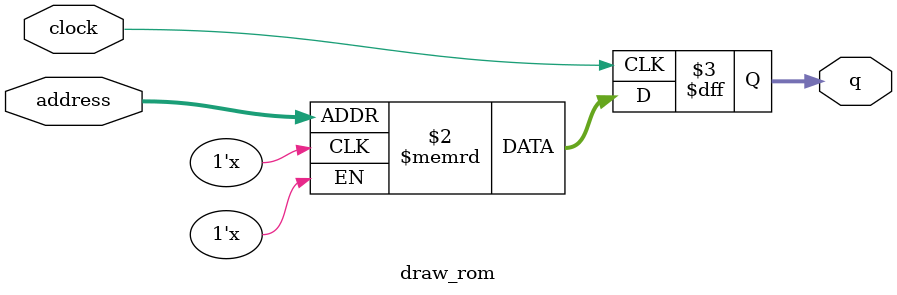
<source format=sv>
module draw_rom (
	input logic clock,
	input logic [11:0] address,
	output logic [1:0] q
);

logic [1:0] memory [0:3599] /* synthesis ram_init_file = "./draw/draw.COE" */;

always_ff @ (posedge clock) begin
	q <= memory[address];
end

endmodule

</source>
